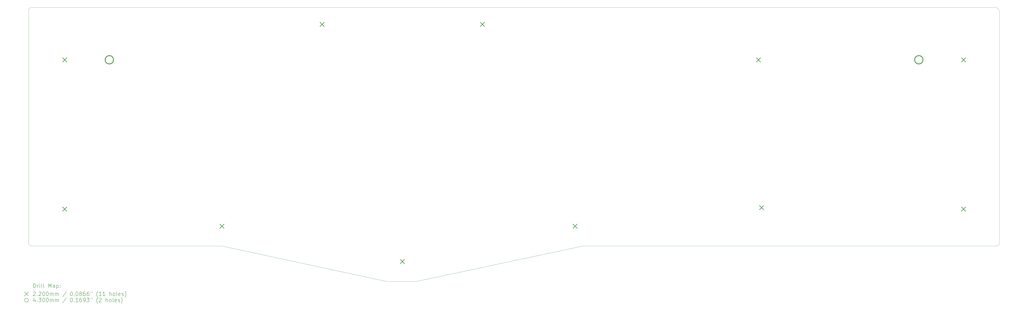
<source format=gbr>
%FSLAX45Y45*%
G04 Gerber Fmt 4.5, Leading zero omitted, Abs format (unit mm)*
G04 Created by KiCad (PCBNEW (6.0.1-0)) date 2022-06-20 19:50:14*
%MOMM*%
%LPD*%
G01*
G04 APERTURE LIST*
%TA.AperFunction,Profile*%
%ADD10C,0.100000*%
%TD*%
%ADD11C,0.200000*%
%ADD12C,0.220000*%
%ADD13C,0.430000*%
G04 APERTURE END LIST*
D10*
X50035625Y-22701250D02*
X50035625Y-34607500D01*
X18494375Y-36591875D02*
X20002500Y-36591875D01*
X28575000Y-34766250D02*
X20002500Y-36591875D01*
X208750Y-22463125D02*
X49797500Y-22463125D01*
X49876875Y-34766250D02*
G75*
G03*
X50035625Y-34607500I0J158750D01*
G01*
X50035625Y-22701250D02*
G75*
G03*
X49797500Y-22463125I-238125J0D01*
G01*
X49876875Y-34766250D02*
X28575000Y-34766250D01*
X50000Y-34607500D02*
X50000Y-22621875D01*
X208750Y-34766250D02*
X10001250Y-34766250D01*
X208750Y-22463125D02*
G75*
G03*
X50000Y-22621875I0J-158750D01*
G01*
X50000Y-34607500D02*
G75*
G03*
X208750Y-34766250I158750J0D01*
G01*
X10001250Y-34766250D02*
X18494375Y-36591875D01*
D11*
D12*
X1795000Y-25051875D02*
X2015000Y-25271875D01*
X2015000Y-25051875D02*
X1795000Y-25271875D01*
X1795000Y-32751250D02*
X2015000Y-32971250D01*
X2015000Y-32751250D02*
X1795000Y-32971250D01*
X9891250Y-33624375D02*
X10111250Y-33844375D01*
X10111250Y-33624375D02*
X9891250Y-33844375D01*
X15050625Y-23226250D02*
X15270625Y-23446250D01*
X15270625Y-23226250D02*
X15050625Y-23446250D01*
X19178125Y-35450000D02*
X19398125Y-35670000D01*
X19398125Y-35450000D02*
X19178125Y-35670000D01*
X23305625Y-23226250D02*
X23525625Y-23446250D01*
X23525625Y-23226250D02*
X23305625Y-23446250D01*
X28068125Y-33624375D02*
X28288125Y-33844375D01*
X28288125Y-33624375D02*
X28068125Y-33844375D01*
X37513750Y-25051875D02*
X37733750Y-25271875D01*
X37733750Y-25051875D02*
X37513750Y-25271875D01*
X37672500Y-32671875D02*
X37892500Y-32891875D01*
X37892500Y-32671875D02*
X37672500Y-32891875D01*
X48070625Y-25051875D02*
X48290625Y-25271875D01*
X48290625Y-25051875D02*
X48070625Y-25271875D01*
X48070625Y-32751250D02*
X48290625Y-32971250D01*
X48290625Y-32751250D02*
X48070625Y-32971250D01*
D13*
X4421875Y-25161875D02*
G75*
G03*
X4421875Y-25161875I-215000J0D01*
G01*
X46093750Y-25161875D02*
G75*
G03*
X46093750Y-25161875I-215000J0D01*
G01*
D11*
X302619Y-36907351D02*
X302619Y-36707351D01*
X350238Y-36707351D01*
X378809Y-36716875D01*
X397857Y-36735923D01*
X407381Y-36754970D01*
X416905Y-36793065D01*
X416905Y-36821637D01*
X407381Y-36859732D01*
X397857Y-36878780D01*
X378809Y-36897827D01*
X350238Y-36907351D01*
X302619Y-36907351D01*
X502619Y-36907351D02*
X502619Y-36774018D01*
X502619Y-36812113D02*
X512143Y-36793065D01*
X521667Y-36783542D01*
X540714Y-36774018D01*
X559762Y-36774018D01*
X626429Y-36907351D02*
X626429Y-36774018D01*
X626429Y-36707351D02*
X616905Y-36716875D01*
X626429Y-36726399D01*
X635952Y-36716875D01*
X626429Y-36707351D01*
X626429Y-36726399D01*
X750238Y-36907351D02*
X731190Y-36897827D01*
X721667Y-36878780D01*
X721667Y-36707351D01*
X855000Y-36907351D02*
X835952Y-36897827D01*
X826428Y-36878780D01*
X826428Y-36707351D01*
X1083571Y-36907351D02*
X1083571Y-36707351D01*
X1150238Y-36850208D01*
X1216905Y-36707351D01*
X1216905Y-36907351D01*
X1397857Y-36907351D02*
X1397857Y-36802589D01*
X1388333Y-36783542D01*
X1369286Y-36774018D01*
X1331190Y-36774018D01*
X1312143Y-36783542D01*
X1397857Y-36897827D02*
X1378810Y-36907351D01*
X1331190Y-36907351D01*
X1312143Y-36897827D01*
X1302619Y-36878780D01*
X1302619Y-36859732D01*
X1312143Y-36840685D01*
X1331190Y-36831161D01*
X1378810Y-36831161D01*
X1397857Y-36821637D01*
X1493095Y-36774018D02*
X1493095Y-36974018D01*
X1493095Y-36783542D02*
X1512143Y-36774018D01*
X1550238Y-36774018D01*
X1569286Y-36783542D01*
X1578809Y-36793065D01*
X1588333Y-36812113D01*
X1588333Y-36869256D01*
X1578809Y-36888304D01*
X1569286Y-36897827D01*
X1550238Y-36907351D01*
X1512143Y-36907351D01*
X1493095Y-36897827D01*
X1674048Y-36888304D02*
X1683571Y-36897827D01*
X1674048Y-36907351D01*
X1664524Y-36897827D01*
X1674048Y-36888304D01*
X1674048Y-36907351D01*
X1674048Y-36783542D02*
X1683571Y-36793065D01*
X1674048Y-36802589D01*
X1664524Y-36793065D01*
X1674048Y-36783542D01*
X1674048Y-36802589D01*
X-155000Y-37136875D02*
X45000Y-37336875D01*
X45000Y-37136875D02*
X-155000Y-37336875D01*
X293095Y-37146399D02*
X302619Y-37136875D01*
X321667Y-37127351D01*
X369286Y-37127351D01*
X388333Y-37136875D01*
X397857Y-37146399D01*
X407381Y-37165446D01*
X407381Y-37184494D01*
X397857Y-37213065D01*
X283571Y-37327351D01*
X407381Y-37327351D01*
X493095Y-37308304D02*
X502619Y-37317827D01*
X493095Y-37327351D01*
X483571Y-37317827D01*
X493095Y-37308304D01*
X493095Y-37327351D01*
X578810Y-37146399D02*
X588333Y-37136875D01*
X607381Y-37127351D01*
X655000Y-37127351D01*
X674048Y-37136875D01*
X683571Y-37146399D01*
X693095Y-37165446D01*
X693095Y-37184494D01*
X683571Y-37213065D01*
X569286Y-37327351D01*
X693095Y-37327351D01*
X816905Y-37127351D02*
X835952Y-37127351D01*
X855000Y-37136875D01*
X864524Y-37146399D01*
X874048Y-37165446D01*
X883571Y-37203542D01*
X883571Y-37251161D01*
X874048Y-37289256D01*
X864524Y-37308304D01*
X855000Y-37317827D01*
X835952Y-37327351D01*
X816905Y-37327351D01*
X797857Y-37317827D01*
X788333Y-37308304D01*
X778809Y-37289256D01*
X769286Y-37251161D01*
X769286Y-37203542D01*
X778809Y-37165446D01*
X788333Y-37146399D01*
X797857Y-37136875D01*
X816905Y-37127351D01*
X1007381Y-37127351D02*
X1026428Y-37127351D01*
X1045476Y-37136875D01*
X1055000Y-37146399D01*
X1064524Y-37165446D01*
X1074048Y-37203542D01*
X1074048Y-37251161D01*
X1064524Y-37289256D01*
X1055000Y-37308304D01*
X1045476Y-37317827D01*
X1026428Y-37327351D01*
X1007381Y-37327351D01*
X988333Y-37317827D01*
X978809Y-37308304D01*
X969286Y-37289256D01*
X959762Y-37251161D01*
X959762Y-37203542D01*
X969286Y-37165446D01*
X978809Y-37146399D01*
X988333Y-37136875D01*
X1007381Y-37127351D01*
X1159762Y-37327351D02*
X1159762Y-37194018D01*
X1159762Y-37213065D02*
X1169286Y-37203542D01*
X1188333Y-37194018D01*
X1216905Y-37194018D01*
X1235952Y-37203542D01*
X1245476Y-37222589D01*
X1245476Y-37327351D01*
X1245476Y-37222589D02*
X1255000Y-37203542D01*
X1274048Y-37194018D01*
X1302619Y-37194018D01*
X1321667Y-37203542D01*
X1331190Y-37222589D01*
X1331190Y-37327351D01*
X1426428Y-37327351D02*
X1426428Y-37194018D01*
X1426428Y-37213065D02*
X1435952Y-37203542D01*
X1455000Y-37194018D01*
X1483571Y-37194018D01*
X1502619Y-37203542D01*
X1512143Y-37222589D01*
X1512143Y-37327351D01*
X1512143Y-37222589D02*
X1521667Y-37203542D01*
X1540714Y-37194018D01*
X1569286Y-37194018D01*
X1588333Y-37203542D01*
X1597857Y-37222589D01*
X1597857Y-37327351D01*
X1988333Y-37117827D02*
X1816905Y-37374970D01*
X2245476Y-37127351D02*
X2264524Y-37127351D01*
X2283571Y-37136875D01*
X2293095Y-37146399D01*
X2302619Y-37165446D01*
X2312143Y-37203542D01*
X2312143Y-37251161D01*
X2302619Y-37289256D01*
X2293095Y-37308304D01*
X2283571Y-37317827D01*
X2264524Y-37327351D01*
X2245476Y-37327351D01*
X2226429Y-37317827D01*
X2216905Y-37308304D01*
X2207381Y-37289256D01*
X2197857Y-37251161D01*
X2197857Y-37203542D01*
X2207381Y-37165446D01*
X2216905Y-37146399D01*
X2226429Y-37136875D01*
X2245476Y-37127351D01*
X2397857Y-37308304D02*
X2407381Y-37317827D01*
X2397857Y-37327351D01*
X2388333Y-37317827D01*
X2397857Y-37308304D01*
X2397857Y-37327351D01*
X2531190Y-37127351D02*
X2550238Y-37127351D01*
X2569286Y-37136875D01*
X2578810Y-37146399D01*
X2588333Y-37165446D01*
X2597857Y-37203542D01*
X2597857Y-37251161D01*
X2588333Y-37289256D01*
X2578810Y-37308304D01*
X2569286Y-37317827D01*
X2550238Y-37327351D01*
X2531190Y-37327351D01*
X2512143Y-37317827D01*
X2502619Y-37308304D01*
X2493095Y-37289256D01*
X2483571Y-37251161D01*
X2483571Y-37203542D01*
X2493095Y-37165446D01*
X2502619Y-37146399D01*
X2512143Y-37136875D01*
X2531190Y-37127351D01*
X2712143Y-37213065D02*
X2693095Y-37203542D01*
X2683571Y-37194018D01*
X2674048Y-37174970D01*
X2674048Y-37165446D01*
X2683571Y-37146399D01*
X2693095Y-37136875D01*
X2712143Y-37127351D01*
X2750238Y-37127351D01*
X2769286Y-37136875D01*
X2778810Y-37146399D01*
X2788333Y-37165446D01*
X2788333Y-37174970D01*
X2778810Y-37194018D01*
X2769286Y-37203542D01*
X2750238Y-37213065D01*
X2712143Y-37213065D01*
X2693095Y-37222589D01*
X2683571Y-37232113D01*
X2674048Y-37251161D01*
X2674048Y-37289256D01*
X2683571Y-37308304D01*
X2693095Y-37317827D01*
X2712143Y-37327351D01*
X2750238Y-37327351D01*
X2769286Y-37317827D01*
X2778810Y-37308304D01*
X2788333Y-37289256D01*
X2788333Y-37251161D01*
X2778810Y-37232113D01*
X2769286Y-37222589D01*
X2750238Y-37213065D01*
X2959762Y-37127351D02*
X2921667Y-37127351D01*
X2902619Y-37136875D01*
X2893095Y-37146399D01*
X2874048Y-37174970D01*
X2864524Y-37213065D01*
X2864524Y-37289256D01*
X2874048Y-37308304D01*
X2883571Y-37317827D01*
X2902619Y-37327351D01*
X2940714Y-37327351D01*
X2959762Y-37317827D01*
X2969286Y-37308304D01*
X2978809Y-37289256D01*
X2978809Y-37241637D01*
X2969286Y-37222589D01*
X2959762Y-37213065D01*
X2940714Y-37203542D01*
X2902619Y-37203542D01*
X2883571Y-37213065D01*
X2874048Y-37222589D01*
X2864524Y-37241637D01*
X3150238Y-37127351D02*
X3112143Y-37127351D01*
X3093095Y-37136875D01*
X3083571Y-37146399D01*
X3064524Y-37174970D01*
X3055000Y-37213065D01*
X3055000Y-37289256D01*
X3064524Y-37308304D01*
X3074048Y-37317827D01*
X3093095Y-37327351D01*
X3131190Y-37327351D01*
X3150238Y-37317827D01*
X3159762Y-37308304D01*
X3169286Y-37289256D01*
X3169286Y-37241637D01*
X3159762Y-37222589D01*
X3150238Y-37213065D01*
X3131190Y-37203542D01*
X3093095Y-37203542D01*
X3074048Y-37213065D01*
X3064524Y-37222589D01*
X3055000Y-37241637D01*
X3245476Y-37127351D02*
X3245476Y-37165446D01*
X3321667Y-37127351D02*
X3321667Y-37165446D01*
X3616905Y-37403542D02*
X3607381Y-37394018D01*
X3588333Y-37365446D01*
X3578809Y-37346399D01*
X3569286Y-37317827D01*
X3559762Y-37270208D01*
X3559762Y-37232113D01*
X3569286Y-37184494D01*
X3578809Y-37155923D01*
X3588333Y-37136875D01*
X3607381Y-37108304D01*
X3616905Y-37098780D01*
X3797857Y-37327351D02*
X3683571Y-37327351D01*
X3740714Y-37327351D02*
X3740714Y-37127351D01*
X3721667Y-37155923D01*
X3702619Y-37174970D01*
X3683571Y-37184494D01*
X3988333Y-37327351D02*
X3874048Y-37327351D01*
X3931190Y-37327351D02*
X3931190Y-37127351D01*
X3912143Y-37155923D01*
X3893095Y-37174970D01*
X3874048Y-37184494D01*
X4226429Y-37327351D02*
X4226429Y-37127351D01*
X4312143Y-37327351D02*
X4312143Y-37222589D01*
X4302619Y-37203542D01*
X4283571Y-37194018D01*
X4255000Y-37194018D01*
X4235952Y-37203542D01*
X4226429Y-37213065D01*
X4435952Y-37327351D02*
X4416905Y-37317827D01*
X4407381Y-37308304D01*
X4397857Y-37289256D01*
X4397857Y-37232113D01*
X4407381Y-37213065D01*
X4416905Y-37203542D01*
X4435952Y-37194018D01*
X4464524Y-37194018D01*
X4483571Y-37203542D01*
X4493095Y-37213065D01*
X4502619Y-37232113D01*
X4502619Y-37289256D01*
X4493095Y-37308304D01*
X4483571Y-37317827D01*
X4464524Y-37327351D01*
X4435952Y-37327351D01*
X4616905Y-37327351D02*
X4597857Y-37317827D01*
X4588333Y-37298780D01*
X4588333Y-37127351D01*
X4769286Y-37317827D02*
X4750238Y-37327351D01*
X4712143Y-37327351D01*
X4693095Y-37317827D01*
X4683571Y-37298780D01*
X4683571Y-37222589D01*
X4693095Y-37203542D01*
X4712143Y-37194018D01*
X4750238Y-37194018D01*
X4769286Y-37203542D01*
X4778810Y-37222589D01*
X4778810Y-37241637D01*
X4683571Y-37260685D01*
X4855000Y-37317827D02*
X4874048Y-37327351D01*
X4912143Y-37327351D01*
X4931190Y-37317827D01*
X4940714Y-37298780D01*
X4940714Y-37289256D01*
X4931190Y-37270208D01*
X4912143Y-37260685D01*
X4883571Y-37260685D01*
X4864524Y-37251161D01*
X4855000Y-37232113D01*
X4855000Y-37222589D01*
X4864524Y-37203542D01*
X4883571Y-37194018D01*
X4912143Y-37194018D01*
X4931190Y-37203542D01*
X5007381Y-37403542D02*
X5016905Y-37394018D01*
X5035952Y-37365446D01*
X5045476Y-37346399D01*
X5055000Y-37317827D01*
X5064524Y-37270208D01*
X5064524Y-37232113D01*
X5055000Y-37184494D01*
X5045476Y-37155923D01*
X5035952Y-37136875D01*
X5016905Y-37108304D01*
X5007381Y-37098780D01*
X45000Y-37556875D02*
G75*
G03*
X45000Y-37556875I-100000J0D01*
G01*
X388333Y-37514018D02*
X388333Y-37647351D01*
X340714Y-37437827D02*
X293095Y-37580685D01*
X416905Y-37580685D01*
X493095Y-37628304D02*
X502619Y-37637827D01*
X493095Y-37647351D01*
X483571Y-37637827D01*
X493095Y-37628304D01*
X493095Y-37647351D01*
X569286Y-37447351D02*
X693095Y-37447351D01*
X626429Y-37523542D01*
X655000Y-37523542D01*
X674048Y-37533065D01*
X683571Y-37542589D01*
X693095Y-37561637D01*
X693095Y-37609256D01*
X683571Y-37628304D01*
X674048Y-37637827D01*
X655000Y-37647351D01*
X597857Y-37647351D01*
X578810Y-37637827D01*
X569286Y-37628304D01*
X816905Y-37447351D02*
X835952Y-37447351D01*
X855000Y-37456875D01*
X864524Y-37466399D01*
X874048Y-37485446D01*
X883571Y-37523542D01*
X883571Y-37571161D01*
X874048Y-37609256D01*
X864524Y-37628304D01*
X855000Y-37637827D01*
X835952Y-37647351D01*
X816905Y-37647351D01*
X797857Y-37637827D01*
X788333Y-37628304D01*
X778809Y-37609256D01*
X769286Y-37571161D01*
X769286Y-37523542D01*
X778809Y-37485446D01*
X788333Y-37466399D01*
X797857Y-37456875D01*
X816905Y-37447351D01*
X1007381Y-37447351D02*
X1026428Y-37447351D01*
X1045476Y-37456875D01*
X1055000Y-37466399D01*
X1064524Y-37485446D01*
X1074048Y-37523542D01*
X1074048Y-37571161D01*
X1064524Y-37609256D01*
X1055000Y-37628304D01*
X1045476Y-37637827D01*
X1026428Y-37647351D01*
X1007381Y-37647351D01*
X988333Y-37637827D01*
X978809Y-37628304D01*
X969286Y-37609256D01*
X959762Y-37571161D01*
X959762Y-37523542D01*
X969286Y-37485446D01*
X978809Y-37466399D01*
X988333Y-37456875D01*
X1007381Y-37447351D01*
X1159762Y-37647351D02*
X1159762Y-37514018D01*
X1159762Y-37533065D02*
X1169286Y-37523542D01*
X1188333Y-37514018D01*
X1216905Y-37514018D01*
X1235952Y-37523542D01*
X1245476Y-37542589D01*
X1245476Y-37647351D01*
X1245476Y-37542589D02*
X1255000Y-37523542D01*
X1274048Y-37514018D01*
X1302619Y-37514018D01*
X1321667Y-37523542D01*
X1331190Y-37542589D01*
X1331190Y-37647351D01*
X1426428Y-37647351D02*
X1426428Y-37514018D01*
X1426428Y-37533065D02*
X1435952Y-37523542D01*
X1455000Y-37514018D01*
X1483571Y-37514018D01*
X1502619Y-37523542D01*
X1512143Y-37542589D01*
X1512143Y-37647351D01*
X1512143Y-37542589D02*
X1521667Y-37523542D01*
X1540714Y-37514018D01*
X1569286Y-37514018D01*
X1588333Y-37523542D01*
X1597857Y-37542589D01*
X1597857Y-37647351D01*
X1988333Y-37437827D02*
X1816905Y-37694970D01*
X2245476Y-37447351D02*
X2264524Y-37447351D01*
X2283571Y-37456875D01*
X2293095Y-37466399D01*
X2302619Y-37485446D01*
X2312143Y-37523542D01*
X2312143Y-37571161D01*
X2302619Y-37609256D01*
X2293095Y-37628304D01*
X2283571Y-37637827D01*
X2264524Y-37647351D01*
X2245476Y-37647351D01*
X2226429Y-37637827D01*
X2216905Y-37628304D01*
X2207381Y-37609256D01*
X2197857Y-37571161D01*
X2197857Y-37523542D01*
X2207381Y-37485446D01*
X2216905Y-37466399D01*
X2226429Y-37456875D01*
X2245476Y-37447351D01*
X2397857Y-37628304D02*
X2407381Y-37637827D01*
X2397857Y-37647351D01*
X2388333Y-37637827D01*
X2397857Y-37628304D01*
X2397857Y-37647351D01*
X2597857Y-37647351D02*
X2483571Y-37647351D01*
X2540714Y-37647351D02*
X2540714Y-37447351D01*
X2521667Y-37475923D01*
X2502619Y-37494970D01*
X2483571Y-37504494D01*
X2769286Y-37447351D02*
X2731190Y-37447351D01*
X2712143Y-37456875D01*
X2702619Y-37466399D01*
X2683571Y-37494970D01*
X2674048Y-37533065D01*
X2674048Y-37609256D01*
X2683571Y-37628304D01*
X2693095Y-37637827D01*
X2712143Y-37647351D01*
X2750238Y-37647351D01*
X2769286Y-37637827D01*
X2778810Y-37628304D01*
X2788333Y-37609256D01*
X2788333Y-37561637D01*
X2778810Y-37542589D01*
X2769286Y-37533065D01*
X2750238Y-37523542D01*
X2712143Y-37523542D01*
X2693095Y-37533065D01*
X2683571Y-37542589D01*
X2674048Y-37561637D01*
X2883571Y-37647351D02*
X2921667Y-37647351D01*
X2940714Y-37637827D01*
X2950238Y-37628304D01*
X2969286Y-37599732D01*
X2978809Y-37561637D01*
X2978809Y-37485446D01*
X2969286Y-37466399D01*
X2959762Y-37456875D01*
X2940714Y-37447351D01*
X2902619Y-37447351D01*
X2883571Y-37456875D01*
X2874048Y-37466399D01*
X2864524Y-37485446D01*
X2864524Y-37533065D01*
X2874048Y-37552113D01*
X2883571Y-37561637D01*
X2902619Y-37571161D01*
X2940714Y-37571161D01*
X2959762Y-37561637D01*
X2969286Y-37552113D01*
X2978809Y-37533065D01*
X3045476Y-37447351D02*
X3169286Y-37447351D01*
X3102619Y-37523542D01*
X3131190Y-37523542D01*
X3150238Y-37533065D01*
X3159762Y-37542589D01*
X3169286Y-37561637D01*
X3169286Y-37609256D01*
X3159762Y-37628304D01*
X3150238Y-37637827D01*
X3131190Y-37647351D01*
X3074048Y-37647351D01*
X3055000Y-37637827D01*
X3045476Y-37628304D01*
X3245476Y-37447351D02*
X3245476Y-37485446D01*
X3321667Y-37447351D02*
X3321667Y-37485446D01*
X3616905Y-37723542D02*
X3607381Y-37714018D01*
X3588333Y-37685446D01*
X3578809Y-37666399D01*
X3569286Y-37637827D01*
X3559762Y-37590208D01*
X3559762Y-37552113D01*
X3569286Y-37504494D01*
X3578809Y-37475923D01*
X3588333Y-37456875D01*
X3607381Y-37428304D01*
X3616905Y-37418780D01*
X3683571Y-37466399D02*
X3693095Y-37456875D01*
X3712143Y-37447351D01*
X3759762Y-37447351D01*
X3778809Y-37456875D01*
X3788333Y-37466399D01*
X3797857Y-37485446D01*
X3797857Y-37504494D01*
X3788333Y-37533065D01*
X3674048Y-37647351D01*
X3797857Y-37647351D01*
X4035952Y-37647351D02*
X4035952Y-37447351D01*
X4121667Y-37647351D02*
X4121667Y-37542589D01*
X4112143Y-37523542D01*
X4093095Y-37514018D01*
X4064524Y-37514018D01*
X4045476Y-37523542D01*
X4035952Y-37533065D01*
X4245476Y-37647351D02*
X4226429Y-37637827D01*
X4216905Y-37628304D01*
X4207381Y-37609256D01*
X4207381Y-37552113D01*
X4216905Y-37533065D01*
X4226429Y-37523542D01*
X4245476Y-37514018D01*
X4274048Y-37514018D01*
X4293095Y-37523542D01*
X4302619Y-37533065D01*
X4312143Y-37552113D01*
X4312143Y-37609256D01*
X4302619Y-37628304D01*
X4293095Y-37637827D01*
X4274048Y-37647351D01*
X4245476Y-37647351D01*
X4426429Y-37647351D02*
X4407381Y-37637827D01*
X4397857Y-37618780D01*
X4397857Y-37447351D01*
X4578810Y-37637827D02*
X4559762Y-37647351D01*
X4521667Y-37647351D01*
X4502619Y-37637827D01*
X4493095Y-37618780D01*
X4493095Y-37542589D01*
X4502619Y-37523542D01*
X4521667Y-37514018D01*
X4559762Y-37514018D01*
X4578810Y-37523542D01*
X4588333Y-37542589D01*
X4588333Y-37561637D01*
X4493095Y-37580685D01*
X4664524Y-37637827D02*
X4683571Y-37647351D01*
X4721667Y-37647351D01*
X4740714Y-37637827D01*
X4750238Y-37618780D01*
X4750238Y-37609256D01*
X4740714Y-37590208D01*
X4721667Y-37580685D01*
X4693095Y-37580685D01*
X4674048Y-37571161D01*
X4664524Y-37552113D01*
X4664524Y-37542589D01*
X4674048Y-37523542D01*
X4693095Y-37514018D01*
X4721667Y-37514018D01*
X4740714Y-37523542D01*
X4816905Y-37723542D02*
X4826429Y-37714018D01*
X4845476Y-37685446D01*
X4855000Y-37666399D01*
X4864524Y-37637827D01*
X4874048Y-37590208D01*
X4874048Y-37552113D01*
X4864524Y-37504494D01*
X4855000Y-37475923D01*
X4845476Y-37456875D01*
X4826429Y-37428304D01*
X4816905Y-37418780D01*
M02*

</source>
